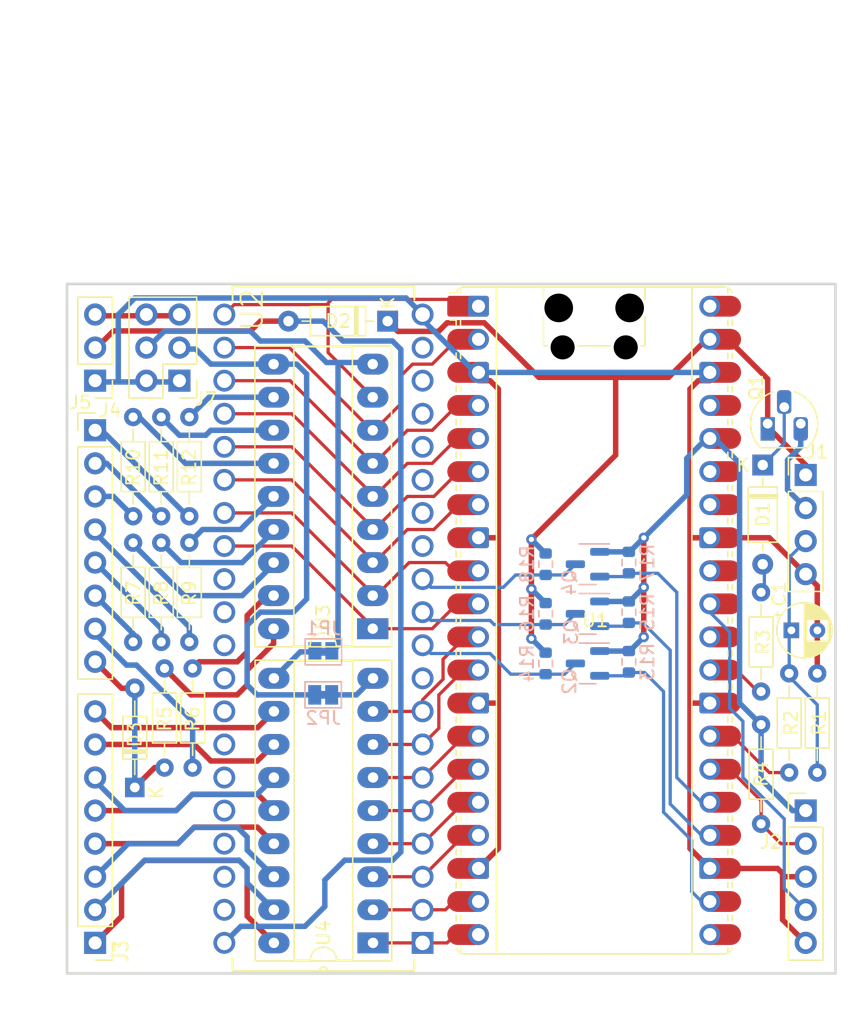
<source format=kicad_pcb>
(kicad_pcb (version 20221018) (generator pcbnew)
  (layers (0 "F.Cu" jumper) (31 "B.Cu" signal) (34 "B.Paste" user) (35 "F.Paste" user) (36 "B.SilkS" user "B.Silkscreen") (37 "F.SilkS" user "F.Silkscreen") (38 "B.Mask" user) (39 "F.Mask" user) (44 "Edge.Cuts" user))
  (net 0 "")
  (net 1 "Net-(J1-Pin_2)")
  (net 2 "GND")
  (net 3 "Net-(D1-K)")
  (net 4 "P26")
  (net 5 "3V3")
  (net 6 "P20")
  (net 7 "VSyS")
  (net 8 "P21")
  (net 9 "Net-(D1-A)")
  (net 11 "Net-(J4-Pin_1)")
  (net 12 "Net-(J4-Pin_2)")
  (net 13 "Net-(J4-Pin_3)")
  (net 14 "Net-(J4-Pin_4)")
  (net 15 "Net-(J4-Pin_5)")
  (net 16 "Net-(J4-Pin_6)")
  (net 17 "Net-(J4-Pin_7)")
  (net 18 "Net-(J3-Pin_1)")
  (net 20 "Net-(J3-Pin_2)")
  (net 25 "Net-(J3-Pin_3)")
  (net 26 "Net-(J3-Pin_4)")
  (net 27 "Net-(J3-Pin_5)")
  (net 28 "Net-(J3-Pin_6)")
  (net 29 "Net-(J3-Pin_7)")
  (net 30 "Sa")
  (net 31 "Sb")
  (net 32 "Sc")
  (net 33 "Sd")
  (net 34 "Se")
  (net 35 "Sf")
  (net 36 "Sg")
  (net 37 "Sp")
  (net 38 "D0")
  (net 39 "D1")
  (net 40 "D2")
  (net 41 "D3")
  (net 42 "D4")
  (net 43 "D5")
  (net 44 "D6")
  (net 45 "D7")
  (net 46 "VBUS")
  (net 48 "E_CS")
  (net 49 "E_CLK")
  (net 50 "E_MOSI")
  (net 69 "VCC")
  (net 70 "Net-(J1-Pin_3)")
  (net 71 "P22")
  (net 72 "Net-(U3-O1)")
  (net 73 "Net-(U3-O3)")
  (net 74 "Net-(U3-O5)")
  (net 75 "Net-(U3-O7)")
  (net 76 "Net-(U3-O2)")
  (net 77 "Net-(U3-O4)")
  (net 78 "Net-(U3-O6)")
  (net 79 "Net-(U3-O8)")
  (net 80 "Net-(J5-Pin_3)")
  (net 81 "Net-(J7-Pin_3)")
  (net 82 "Net-(J7-Pin_4)")
  (net 83 "Net-(JP1-B)")
  (net 84 "Net-(JP2-A)")
  (net 85 "Net-(D3-A)")
  (net 86 "O8")
  (net 87 "P_CS")
  (net 88 "P_CLK")
  (net 89 "P_MOSI")
  (footprint "Resistor_THT:R_Axial_DIN0204_L3.6mm_D1.6mm_P7.62mm_Horizontal" (layer "F.Cu") (at 119.761 113.284 90)
    (fp_text reference "R1")
    (fp_text value "130")
  )
  (footprint "Resistor_THT:R_Axial_DIN0204_L3.6mm_D1.6mm_P7.62mm_Horizontal" (layer "F.Cu") (at 69.596 105.283 -90)
    (fp_text reference "R5")
    (fp_text value "470")
  )
  (footprint "Resistor_THT:R_Axial_DIN0204_L3.6mm_D1.6mm_P7.62mm_Horizontal" (layer "F.Cu") (at 67.183 95.631 -90)
    (fp_text reference "R7")
    (fp_text value "470")
  )
  (footprint "MountingHole:MountingHole_2.2mm_M2_ISO14580" (layer "F.Cu") (at 108.331 125.0915)
    (fp_text reference "H5" hide)
    (fp_text value "~")
  )
  (footprint "Diode_THT:D_DO-35_SOD27_P7.62mm_Horizontal" (layer "F.Cu") (at 86.741 78.613 180)
    (fp_text reference "D2")
    (fp_text value "1N4148")
  )
  (footprint "Resistor_THT:R_Axial_DIN0204_L3.6mm_D1.6mm_P7.62mm_Horizontal" (layer "F.Cu") (at 115.443 109.601 -90)
    (fp_text reference "R4")
    (fp_text value "10k")
  )
  (footprint "MountingHole:MountingHole_2.2mm_M2_ISO14580" (layer "F.Cu") (at 96.901 78.1015)
    (fp_text reference "H2" hide)
    (fp_text value "~")
  )
  (footprint "Resistor_THT:R_Axial_DIN0204_L3.6mm_D1.6mm_P7.62mm_Horizontal" (layer "F.Cu") (at 69.342 85.979 -90)
    (fp_text reference "R11")
    (fp_text value "470")
  )
  (footprint "Resistor_THT:R_Axial_DIN0204_L3.6mm_D1.6mm_P7.62mm_Horizontal" (layer "F.Cu") (at 71.501 85.979 -90)
    (fp_text reference "R12")
    (fp_text value "470")
  )
  (footprint "Connector_PinHeader_2.54mm:PinHeader_1x08_P2.54mm_Vertical" (layer "F.Cu") (at 64.262 86.995)
    (fp_text reference "J4")
    (fp_text value "DISP_S")
  )
  (footprint "Diode_THT:D_DO-34_SOD68_P7.62mm_Horizontal" (layer "F.Cu") (at 67.31 114.427 90)
    (fp_text reference "D3")
    (fp_text value "3V6")
  )
  (footprint "Package_TO_SOT_THT:TO-92_HandSolder" (layer "F.Cu") (at 115.951 86.487)
    (fp_text reference "Q1")
    (fp_text value "S8550")
  )
  (footprint "Resistor_THT:R_Axial_DIN0204_L3.6mm_D1.6mm_P7.62mm_Horizontal" (layer "F.Cu") (at 67.183 85.979 -90)
    (fp_text reference "R10")
    (fp_text value "470")
  )
  (footprint "MountingHole:MountingHole_2.2mm_M2_ISO14580" (layer "F.Cu") (at 108.331 78.1015)
    (fp_text reference "H3" hide)
    (fp_text value "~")
  )
  (footprint "Diode_THT:D_DO-35_SOD27_P7.62mm_Horizontal" (layer "F.Cu") (at 115.57 89.662 -90)
    (fp_text reference "D1")
    (fp_text value "3V6")
  )
  (footprint "Capacitor_THT:CP_Radial_D4.0mm_P2.00mm" (layer "F.Cu") (at 117.772401 102.362)
    (fp_text reference "C1")
    (fp_text value "470n")
  )
  (footprint "Connector_PinHeader_2.54mm:PinHeader_1x04_P2.54mm_Vertical" (layer "F.Cu") (at 118.872 90.424)
    (fp_text reference "J1")
    (fp_text value "SND_POW")
  )
  (footprint "Connector_PinHeader_2.54mm:PinHeader_1x05_P2.54mm_Vertical" (layer "F.Cu") (at 118.872 116.205)
    (fp_text reference "J2")
    (fp_text value "DHT_BTN")
  )
  (footprint "Module_RaspberryPi_Pico:RaspberryPi_Pico_Common" (layer "F.Cu") (at 102.616 101.5965)
    (fp_text reference "U1")
    (fp_text value "RaspberryPi_Pico_W")
  )
  (footprint "Resistor_THT:R_Axial_DIN0204_L3.6mm_D1.6mm_P7.62mm_Horizontal" (layer "F.Cu") (at 71.755 105.283 -90)
    (fp_text reference "R6")
    (fp_text value "470")
  )
  (footprint "Resistor_THT:R_Axial_DIN0204_L3.6mm_D1.6mm_P7.62mm_Horizontal" (layer "F.Cu") (at 117.602 113.284 90)
    (fp_text reference "R2")
    (fp_text value "3k0")
  )
  (footprint "Resistor_THT:R_Axial_DIN0204_L3.6mm_D1.6mm_P7.62mm_Horizontal" (layer "F.Cu") (at 69.342 95.631 -90)
    (fp_text reference "R8")
    (fp_text value "470")
  )
  (footprint "MountingHole:MountingHole_2.2mm_M2_ISO14580" (layer "F.Cu") (at 96.901 125.0915)
    (fp_text reference "H4" hide)
    (fp_text value "~")
  )
  (footprint "Resistor_THT:R_Axial_DIN0204_L3.6mm_D1.6mm_P7.62mm_Horizontal" (layer "F.Cu") (at 71.501 95.631 -90)
    (fp_text reference "R9")
    (fp_text value "470")
  )
  (footprint "Resistor_THT:R_Axial_DIN0204_L3.6mm_D1.6mm_P7.62mm_Horizontal" (layer "F.Cu") (at 115.443 107.061 90)
    (fp_text reference "R3")
    (fp_text value "510")
  )
  (footprint "Package_DIP:DIP-18_W7.62mm_Socket_LongPads" (layer "F.Cu") (at 85.6198 126.365 180)
    (fp_text reference "U4")
    (fp_text value "TBD62783A")
  )
  (footprint "MountingHole:MountingHole_2.2mm_M2_ISO14580" (layer "F.Cu") (at 69.723 124.714)
    (fp_text reference "H1" hide)
    (fp_text value "~")
  )
  (footprint "Package_DIP:DIP-18_W7.62mm_Socket_LongPads" (layer "F.Cu") (at 85.598 102.235 180)
    (fp_text reference "U3")
    (fp_text value "ULN2803A")
  )
  (footprint "AT89S52-24PC:DIP254P1524X482-40" (layer "F.Cu") (at 74.1898 78.105 180)
    (fp_text reference "U2")
    (fp_text value "AT89S52-24PC")
  )
  (footprint "Connector_PinHeader_2.54mm:PinHeader_1x03_P2.54mm_Vertical" (layer "F.Cu") (at 64.262 83.185 180)
    (fp_text reference "J5")
    (fp_text value "DISP_PWR")
  )
  (footprint "Connector_PinHeader_2.54mm:PinHeader_2x03_P2.54mm_Vertical" (layer "F.Cu") (at 70.739 83.185 180)
    (fp_text reference "J7")
    (fp_text value "DSEL")
  )
  (footprint "MountingHole:MountingHole_2.2mm_M2_ISO14580" (layer "F.Cu") (at 117.729 79.756)
    (fp_text reference "H6" hide)
    (fp_text value "~")
  )
  (footprint "Connector_PinHeader_2.54mm:PinHeader_1x08_P2.54mm_Vertical" (layer "F.Cu") (at 64.262 126.365 180)
    (fp_text reference "J3")
    (fp_text value "DISP_D")
  )
  (footprint "Package_TO_SOT_SMD:SOT-23" (layer "B.Cu") (at 102.108 97.282 180)
    (fp_text reference "Q4")
    (fp_text value "2N7002")
  )
  (footprint "Resistor_SMD:R_0603_1608Metric" (layer "B.Cu") (at 105.283 104.775 90)
    (fp_text reference "R13")
    (fp_text value "10k")
  )
  (footprint "Jumper:SolderJumper-2_P1.3mm_Bridged_Pad1.0x1.5mm" (layer "B.Cu") (at 81.803 104.013 180)
    (fp_text reference "JP1")
    (fp_text value "Jumper_2_Bridged")
  )
  (footprint "Resistor_SMD:R_0603_1608Metric" (layer "B.Cu") (at 98.8845 104.902 -90)
    (fp_text reference "R14")
    (fp_text value "10k")
  )
  (footprint "Resistor_SMD:R_0603_1608Metric" (layer "B.Cu") (at 98.8845 101.092 -90)
    (fp_text reference "R16")
    (fp_text value "10k")
  )
  (footprint "Package_TO_SOT_SMD:SOT-23" (layer "B.Cu") (at 102.108 104.902 180)
    (fp_text reference "Q2")
    (fp_text value "2N7002")
  )
  (footprint "Resistor_SMD:R_0603_1608Metric" (layer "B.Cu") (at 105.283 97.155 90)
    (fp_text reference "R17")
    (fp_text value "10k")
  )
  (footprint "Package_TO_SOT_SMD:SOT-23" (layer "B.Cu") (at 102.108 101.092 180)
    (fp_text reference "Q3")
    (fp_text value "2N7002")
  )
  (footprint "Resistor_SMD:R_0603_1608Metric" (layer "B.Cu") (at 105.283 100.965 90)
    (fp_text reference "R15")
    (fp_text value "10k")
  )
  (footprint "Jumper:SolderJumper-2_P1.3mm_Bridged_Pad1.0x1.5mm" (layer "B.Cu") (at 81.788 107.315 180)
    (fp_text reference "JP2")
    (fp_text value "Jumper_2_Bridged")
  )
  (footprint "Resistor_SMD:R_0603_1608Metric" (layer "B.Cu") (at 98.8845 97.282 -90)
    (fp_text reference "R18")
    (fp_text value "10k")
  )
  (gr_rect (start 62.103 75.753) (end 121.158 128.712) (stroke (width 0.2)) (fill none) (layer "Edge.Cuts"))
  (segment (start 117.475 89.281) (end 117.475 91.567) (width 0.42) (layer "B.Cu") (net 1))
  (segment (start 117.475 91.567) (end 118.872 92.964) (width 0.42) (layer "B.Cu") (net 1))
  (segment (start 118.491 88.265) (end 117.475 89.281) (width 0.42) (layer "B.Cu") (net 1))
  (segment (start 118.491 86.487) (end 118.491 88.265) (width 0.42) (layer "B.Cu") (net 1))
  (segment (start 117.094 124.587) (end 117.094 121.285) (width 0.42) (layer "F.Cu") (net 2))
  (segment (start 117.094 121.285) (end 117.094 121.031) (width 0.42) (layer "F.Cu") (net 2))
  (segment (start 95.25 83.82) (end 95.25 119.1225) (width 0.42) (layer "F.Cu") (net 2))
  (segment (start 111.5095 120.65) (end 109.982 119.1225) (width 0.42) (layer "F.Cu") (net 2))
  (segment (start 117.094 121.285) (end 118.872 121.285) (width 0.42) (layer "F.Cu") (net 2))
  (segment (start 109.982 83.82) (end 110.617 83.185) (width 0.42) (layer "F.Cu") (net 2))
  (segment (start 94.615 83.185) (end 95.25 83.82) (width 0.42) (layer "F.Cu") (net 2))
  (segment (start 119.761 105.664) (end 119.761 98.933) (width 0.42) (layer "F.Cu") (net 2))
  (segment (start 118.872 98.044) (end 116.078 95.25) (width 0.42) (layer "F.Cu") (net 2))
  (segment (start 119.761 98.933) (end 118.872 98.044) (width 0.42) (layer "F.Cu") (net 2))
  (segment (start 116.078 95.25) (end 111.5095 95.25) (width 0.42) (layer "F.Cu") (net 2))
  (segment (start 95.25 119.1225) (end 93.726 120.6465) (width 0.42) (layer "F.Cu") (net 2))
  (segment (start 109.982 95.25) (end 111.506 95.25) (width 0.42) (layer "F.Cu") (net 2))
  (segment (start 110.617 83.185) (end 111.506 83.185) (width 0.42) (layer "F.Cu") (net 2))
  (segment (start 109.982 119.1225) (end 109.982 83.82) (width 0.42) (layer "F.Cu") (net 2))
  (segment (start 111.5095 95.25) (end 111.506 95.2465) (width 0.42) (layer "F.Cu") (net 2))
  (segment (start 116.713 120.65) (end 111.5095 120.65) (width 0.42) (layer "F.Cu") (net 2))
  (segment (start 118.872 126.365) (end 117.094 124.587) (width 0.42) (layer "F.Cu") (net 2))
  (segment (start 93.726 83.185) (end 94.615 83.185) (width 0.42) (layer "F.Cu") (net 2))
  (segment (start 95.123 107.95) (end 93.726 107.95) (width 0.42) (layer "F.Cu") (net 2))
  (segment (start 109.982 107.95) (end 111.506 107.95) (width 0.42) (layer "F.Cu") (net 2))
  (segment (start 117.094 121.031) (end 116.713 120.65) (width 0.42) (layer "F.Cu") (net 2))
  (segment (start 93.726 95.25) (end 95.25 95.25) (width 0.42) (layer "F.Cu") (net 2))
  (segment (start 88.1598 76.835) (end 89.4298 78.105) (width 0.42) (layer "B.Cu") (net 2))
  (segment (start 64.359 83.282) (end 70.729 83.282) (width 0.42) (layer "B.Cu") (net 2))
  (segment (start 66.04 78.105) (end 67.31 76.835) (width 0.42) (layer "B.Cu") (net 2))
  (segment (start 93.726 82.804) (end 93.726 83.185) (width 0.42) (layer "B.Cu") (net 2))
  (segment (start 93.726 82.55) (end 111.506 82.55) (width 0.42) (layer "B.Cu") (net 2))
  (segment (start 66.04 83.282) (end 66.04 78.105) (width 0.42) (layer "B.Cu") (net 2))
  (segment (start 89.4298 78.105) (end 89.4298 78.5078) (width 0.42) (layer "B.Cu") (net 2))
  (segment (start 67.31 76.835) (end 88.1598 76.835) (width 0.42) (layer "B.Cu") (net 2))
  (segment (start 89.4298 78.5078) (end 93.726 82.804) (width 0.42) (layer "B.Cu") (net 2))
  (segment (start 115.57 89.662) (end 117.221 88.011) (width 0.25) (layer "B.Cu") (net 3))
  (segment (start 117.221 88.011) (end 117.221 85.217) (width 0.25) (layer "B.Cu") (net 3))
  (segment (start 118.872 123.825) (end 117.221 122.174) (width 0.25) (layer "B.Cu") (net 4))
  (segment (start 114.046 113.665) (end 114.046 109.347) (width 0.25) (layer "B.Cu") (net 4))
  (segment (start 114.046 109.347) (end 113.03 108.331) (width 0.25) (layer "B.Cu") (net 4))
  (segment (start 117.221 116.84) (end 114.046 113.665) (width 0.25) (layer "B.Cu") (net 4))
  (segment (start 113.03 108.331) (end 113.03 102.489) (width 0.25) (layer "B.Cu") (net 4))
  (segment (start 113.03 102.489) (end 111.506 100.965) (width 0.25) (layer "B.Cu") (net 4))
  (segment (start 117.221 122.174) (end 117.221 116.84) (width 0.25) (layer "B.Cu") (net 4))
  (segment (start 106.426 99.06) (end 106.426 102.87) (width 0.42) (layer "F.Cu") (net 5))
  (segment (start 106.426 102.87) (end 106.421701 102.874299) (width 0.42) (layer "F.Cu") (net 5))
  (segment (start 106.426 95.25) (end 106.426 99.06) (width 0.42) (layer "F.Cu") (net 5))
  (via (at 106.426 95.25) (size 0.8) (drill 0.4) (layers "F.Cu" "B.Cu") (net 5))
  (via (at 106.426 99.06) (size 0.8) (drill 0.4) (layers "F.Cu" "B.Cu") (net 5))
  (via (at 106.421701 102.874299) (size 0.8) (drill 0.4) (layers "F.Cu" "B.Cu") (net 5))
  (segment (start 115.443 113.792) (end 117.856 116.205) (width 0.42) (layer "B.Cu") (net 5))
  (segment (start 115.443 109.601) (end 115.443 113.792) (width 0.42) (layer "B.Cu") (net 5))
  (segment (start 106.421701 102.874299) (end 105.346 103.95) (width 0.42) (layer "B.Cu") (net 5))
  (segment (start 109.728 91.948) (end 109.728 89.154) (width 0.42) (layer "B.Cu") (net 5))
  (segment (start 111.5695 87.3125) (end 113.792 89.535) (width 0.42) (layer "B.Cu") (net 5))
  (segment (start 117.856 116.205) (end 118.872 116.205) (width 0.42) (layer "B.Cu") (net 5))
  (segment (start 106.426 99.06) (end 105.346 100.14) (width 0.42) (layer "B.Cu") (net 5))
  (segment (start 105.346 100.14) (end 105.283 100.14) (width 0.42) (layer "B.Cu") (net 5))
  (segment (start 106.426 95.25) (end 105.346 96.33) (width 0.42) (layer "B.Cu") (net 5))
  (segment (start 105.283 103.95) (end 105.281 103.952) (width 0.42) (layer "B.Cu") (net 5))
  (segment (start 105.281 100.142) (end 103.0455 100.142) (width 0.42) (layer "B.Cu") (net 5))
  (segment (start 105.346 103.95) (end 105.283 103.95) (width 0.42) (layer "B.Cu") (net 5))
  (segment (start 109.728 89.154) (end 111.5695 87.3125) (width 0.42) (layer "B.Cu") (net 5))
  (segment (start 105.283 100.14) (end 105.281 100.142) (width 0.42) (layer "B.Cu") (net 5))
  (segment (start 105.281 96.332) (end 103.0455 96.332) (width 0.42) (layer "B.Cu") (net 5))
  (segment (start 105.283 96.33) (end 105.281 96.332) (width 0.42) (layer "B.Cu") (net 5))
  (segment (start 113.792 89.535) (end 113.792 107.95) (width 0.42) (layer "B.Cu") (net 5))
  (segment (start 105.281 103.952) (end 103.0455 103.952) (width 0.42) (layer "B.Cu") (net 5))
  (segment (start 113.792 107.95) (end 115.443 109.601) (width 0.42) (layer "B.Cu") (net 5))
  (segment (start 105.346 96.33) (end 105.283 96.33) (width 0.42) (layer "B.Cu") (net 5))
  (segment (start 106.426 95.25) (end 109.728 91.948) (width 0.42) (layer "B.Cu") (net 5))
  (segment (start 116.967 118.745) (end 115.443 117.221) (width 0.25) (layer "F.Cu") (net 6))
  (segment (start 115.443 115.443) (end 113.0265 113.0265) (width 0.25) (layer "F.Cu") (net 6))
  (segment (start 118.872 118.745) (end 116.967 118.745) (width 0.25) (layer "F.Cu") (net 6))
  (segment (start 113.0265 113.0265) (end 111.506 113.0265) (width 0.25) (layer "F.Cu") (net 6))
  (segment (start 115.443 117.221) (end 115.443 115.443) (width 0.25) (layer "F.Cu") (net 6))
  (segment (start 112.8995 80.0065) (end 111.506 80.0065) (width 0.42) (layer "F.Cu") (net 7))
  (segment (start 118.872 89.662) (end 118.872 90.424) (width 0.42) (layer "F.Cu") (net 7))
  (segment (start 97.79 95.377) (end 104.267 88.9) (width 0.42) (layer "F.Cu") (net 7))
  (segment (start 104.267 88.9) (end 104.267 82.931) (width 0.42) (layer "F.Cu") (net 7))
  (segment (start 115.951 86.741) (end 118.872 89.662) (width 0.42) (layer "F.Cu") (net 7))
  (segment (start 97.79 99.187) (end 97.79 102.997) (width 0.42) (layer "F.Cu") (net 7))
  (segment (start 108.331 82.931) (end 111.2555 80.0065) (width 0.42) (layer "F.Cu") (net 7))
  (segment (start 115.951 86.487) (end 115.951 83.058) (width 0.42) (layer "F.Cu") (net 7))
  (segment (start 91.313 78.74) (end 94.170698 78.74) (width 0.42) (layer "F.Cu") (net 7))
  (segment (start 90.6562 79.3968) (end 91.313 78.74) (width 0.42) (layer "F.Cu") (net 7))
  (segment (start 94.170698 78.74) (end 98.361698 82.931) (width 0.42) (layer "F.Cu") (net 7))
  (segment (start 98.361698 82.931) (end 108.331 82.931) (width 0.42) (layer "F.Cu") (net 7))
  (segment (start 111.2555 80.0065) (end 111.506 80.0065) (width 0.42) (layer "F.Cu") (net 7))
  (segment (start 97.79 95.377) (end 97.79 99.187) (width 0.42) (layer "F.Cu") (net 7))
  (segment (start 87.5248 79.3968) (end 90.6562 79.3968) (width 0.42) (layer "F.Cu") (net 7))
  (segment (start 115.951 83.058) (end 112.8995 80.0065) (width 0.42) (layer "F.Cu") (net 7))
  (segment (start 86.741 78.613) (end 87.5248 79.3968) (width 0.42) (layer "F.Cu") (net 7))
  (via (at 97.79 102.997) (size 0.8) (drill 0.4) (layers "F.Cu" "B.Cu") (net 7))
  (via (at 97.79 99.187) (size 0.8) (drill 0.4) (layers "F.Cu" "B.Cu") (net 7))
  (via (at 97.79 95.377) (size 0.8) (drill 0.4) (layers "F.Cu" "B.Cu") (net 7))
  (segment (start 97.79 95.377) (end 98.87 96.457) (width 0.42) (layer "B.Cu") (net 7))
  (segment (start 98.87 104.077) (end 98.8845 104.077) (width 0.42) (layer "B.Cu") (net 7))
  (segment (start 98.87 100.267) (end 98.8845 100.267) (width 0.42) (layer "B.Cu") (net 7))
  (segment (start 97.79 99.187) (end 98.87 100.267) (width 0.42) (layer "B.Cu") (net 7))
  (segment (start 97.79 102.997) (end 98.87 104.077) (width 0.42) (layer "B.Cu") (net 7))
  (segment (start 98.87 96.457) (end 98.8845 96.457) (width 0.42) (layer "B.Cu") (net 7))
  (segment (start 111.506 110.4865) (end 113.2805 110.4865) (width 0.25) (layer "F.Cu") (net 8))
  (segment (start 113.2805 110.4865) (end 116.078 113.284) (width 0.25) (layer "F.Cu") (net 8))
  (segment (start 116.078 113.284) (end 117.602 113.284) (width 0.25) (layer "F.Cu") (net 8))
  (segment (start 115.697 97.917) (end 115.697 99.441) (width 0.25) (layer "B.Cu") (net 9))
  (segment (start 64.77 86.995) (end 71.374 93.599) (width 0.42) (layer "B.Cu") (net 11))
  (segment (start 64.262 89.535) (end 65.151 89.535) (width 0.42) (layer "B.Cu") (net 12))
  (segment (start 65.151 89.535) (end 69.215 93.599) (width 0.42) (layer "B.Cu") (net 12))
  (segment (start 65.659 92.075) (end 67.183 93.599) (width 0.42) (layer "B.Cu") (net 13))
  (segment (start 64.262 92.075) (end 65.659 92.075) (width 0.42) (layer "B.Cu") (net 13))
  (segment (start 71.501 102.108) (end 71.501 103.251) (width 0.42) (layer "B.Cu") (net 14))
  (segment (start 64.262 94.869) (end 71.501 102.108) (width 0.42) (layer "B.Cu") (net 14))
  (segment (start 64.262 97.155) (end 69.342 102.235) (width 0.42) (layer "B.Cu") (net 15))
  (segment (start 69.342 102.235) (end 69.342 103.251) (width 0.42) (layer "B.Cu") (net 15))
  (segment (start 64.262 99.695) (end 67.183 102.616) (width 0.42) (layer "B.Cu") (net 16))
  (segment (start 67.183 102.616) (end 67.183 103.251) (width 0.42) (layer "B.Cu") (net 16))
  (segment (start 66.675 105.029) (end 67.437 105.029) (width 0.42) (layer "B.Cu") (net 17))
  (segment (start 71.755 109.347) (end 71.755 112.903) (width 0.42) (layer "B.Cu") (net 17))
  (segment (start 64.262 102.616) (end 66.675 105.029) (width 0.42) (layer "B.Cu") (net 17))
  (segment (start 67.437 105.029) (end 71.755 109.347) (width 0.42) (layer "B.Cu") (net 17))
  (segment (start 66.294 124.333) (end 66.294 121.793) (width 0.42) (layer "F.Cu") (net 18))
  (segment (start 75.946 120.65) (end 75.946 124.3112) (width 0.42) (layer "F.Cu") (net 18))
  (segment (start 66.294 121.793) (end 68.0502 120.0368) (width 0.42) (layer "F.Cu") (net 18))
  (segment (start 68.0502 120.0368) (end 75.3328 120.0368) (width 0.42) (layer "F.Cu") (net 18))
  (segment (start 64.262 126.365) (end 66.294 124.333) (width 0.42) (layer "F.Cu") (net 18))
  (segment (start 75.3328 120.0368) (end 75.946 120.65) (width 0.42) (layer "F.Cu") (net 18))
  (segment (start 75.946 124.3112) (end 77.9998 126.365) (width 0.42) (layer "F.Cu") (net 18))
  (segment (start 75.311 120.015) (end 68.072 120.015) (width 0.42) (layer "B.Cu") (net 20))
  (segment (start 75.946 121.7712) (end 75.946 120.65) (width 0.42) (layer "B.Cu") (net 20))
  (segment (start 75.946 120.65) (end 75.311 120.015) (width 0.42) (layer "B.Cu") (net 20))
  (segment (start 68.072 120.015) (end 64.262 123.825) (width 0.42) (layer "B.Cu") (net 20))
  (segment (start 77.9998 123.825) (end 75.946 121.7712) (width 0.42) (layer "B.Cu") (net 20))
  (segment (start 70.612 118.745) (end 66.802 118.745) (width 0.42) (layer "B.Cu") (net 25))
  (segment (start 71.8602 117.4968) (end 70.612 118.745) (width 0.42) (layer "B.Cu") (net 25))
  (segment (start 75.946 119.2312) (end 75.946 118.237) (width 0.42) (layer "B.Cu") (net 25))
  (segment (start 77.9998 121.285) (end 75.946 119.2312) (width 0.42) (layer "B.Cu") (net 25))
  (segment (start 75.946 118.237) (end 75.2058 117.4968) (width 0.42) (layer "B.Cu") (net 25))
  (segment (start 75.2058 117.4968) (end 71.8602 117.4968) (width 0.42) (layer "B.Cu") (net 25))
  (segment (start 66.802 118.745) (end 64.262 121.285) (width 0.42) (layer "B.Cu") (net 25))
  (segment (start 70.612 118.745) (end 64.262 118.745) (width 0.42) (layer "F.Cu") (net 26))
  (segment (start 77.9998 118.745) (end 76.7298 117.475) (width 0.42) (layer "F.Cu") (net 26))
  (segment (start 71.882 117.475) (end 70.612 118.745) (width 0.42) (layer "F.Cu") (net 26))
  (segment (start 76.7298 117.475) (end 71.882 117.475) (width 0.42) (layer "F.Cu") (net 26))
  (segment (start 76.7516 114.9568) (end 71.7332 114.9568) (width 0.42) (layer "F.Cu") (net 27))
  (segment (start 70.485 116.205) (end 64.262 116.205) (width 0.42) (layer "F.Cu") (net 27))
  (segment (start 71.7332 114.9568) (end 70.485 116.205) (width 0.42) (layer "F.Cu") (net 27))
  (segment (start 77.9998 116.205) (end 76.7516 114.9568) (width 0.42) (layer "F.Cu") (net 27))
  (segment (start 76.708 114.9568) (end 77.9998 113.665) (width 0.42) (layer "B.Cu") (net 28))
  (segment (start 66.548 116.205) (end 70.485 116.205) (width 0.42) (layer "B.Cu") (net 28))
  (segment (start 64.262 113.919) (end 66.548 116.205) (width 0.42) (layer "B.Cu") (net 28))
  (segment (start 70.485 116.205) (end 71.7332 114.9568) (width 0.42) (layer "B.Cu") (net 28))
  (segment (start 71.7332 114.9568) (end 76.708 114.9568) (width 0.42) (layer "B.Cu") (net 28))
  (segment (start 64.262 111.125) (end 71.882 111.125) (width 0.42) (layer "F.Cu") (net 29))
  (segment (start 73.152 112.395) (end 76.7298 112.395) (width 0.42) (layer "F.Cu") (net 29))
  (segment (start 71.882 111.125) (end 73.152 112.395) (width 0.42) (layer "F.Cu") (net 29))
  (segment (start 76.7298 112.395) (end 77.9998 111.125) (width 0.42) (layer "F.Cu") (net 29))
  (segment (start 82.4432 76.9418) (end 93.2013 76.9418) (width 0.25) (layer "F.Cu") (net 30))
  (segment (start 85.598 84.455) (end 82.169 81.026) (width 0.25) (layer "F.Cu") (net 30))
  (segment (start 74.9518 77.343) (end 74.1898 78.105) (width 0.25) (layer "F.Cu") (net 30))
  (segment (start 82.169 81.026) (end 82.169 77.216) (width 0.25) (layer "F.Cu") (net 30))
  (segment (start 82.169 77.216) (end 82.4432 76.9418) (width 0.25) (layer "F.Cu") (net 30))
  (segment (start 93.2013 76.9418) (end 93.726 77.4665) (width 0.25) (layer "F.Cu") (net 30))
  (segment (start 82.169 77.343) (end 74.9518 77.343) (width 0.25) (layer "F.Cu") (net 30))
  (segment (start 87.757 84.963) (end 85.725 86.995) (width 0.25) (layer "F.Cu") (net 31))
  (segment (start 79.1845 80.645) (end 74.1898 80.645) (width 0.25) (layer "F.Cu") (net 31))
  (segment (start 88.65763 81.915) (end 87.757 82.81563) (width 0.25) (layer "F.Cu") (net 31))
  (segment (start 87.757 82.81563) (end 87.757 84.963) (width 0.25) (layer "F.Cu") (net 31))
  (segment (start 92.0785 80.0065) (end 90.17 81.915) (width 0.25) (layer "F.Cu") (net 31))
  (segment (start 93.726 80.0065) (end 92.0785 80.0065) (width 0.25) (layer "F.Cu") (net 31))
  (segment (start 85.5345 86.995) (end 79.1845 80.645) (width 0.25) (layer "F.Cu") (net 31))
  (segment (start 90.17 81.915) (end 88.65763 81.915) (width 0.25) (layer "F.Cu") (net 31))
  (segment (start 92.0785 85.0865) (end 90.17 86.995) (width 0.25) (layer "F.Cu") (net 32))
  (segment (start 90.17 86.995) (end 88.265 86.995) (width 0.25) (layer "F.Cu") (net 32))
  (segment (start 88.265 86.995) (end 85.725 89.535) (width 0.25) (layer "F.Cu") (net 32))
  (segment (start 93.726 85.0865) (end 92.0785 85.0865) (width 0.25) (layer "F.Cu") (net 32))
  (segment (start 85.598 89.535) (end 79.248 83.185) (width 0.25) (layer "F.Cu") (net 32))
  (segment (start 79.248 83.185) (end 74.1898 83.185) (width 0.25) (layer "F.Cu") (net 32))
  (segment (start 92.0785 87.6265) (end 90.17 89.535) (width 0.25) (layer "F.Cu") (net 33))
  (segment (start 79.375 85.725) (end 74.1898 85.725) (width 0.25) (layer "F.Cu") (net 33))
  (segment (start 93.726 87.6265) (end 92.0785 87.6265) (width 0.25) (layer "F.Cu") (net 33))
  (segment (start 88.265 89.535) (end 85.725 92.075) (width 0.25) (layer "F.Cu") (net 33))
  (segment (start 85.598 91.948) (end 79.375 85.725) (width 0.25) (layer "F.Cu") (net 33))
  (segment (start 90.17 89.535) (end 88.265 89.535) (width 0.25) (layer "F.Cu") (net 33))
  (segment (start 90.297 92.075) (end 88.265 92.075) (width 0.25) (layer "F.Cu") (net 34))
  (segment (start 79.375 88.265) (end 74.1898 88.265) (width 0.25) (layer "F.Cu") (net 34))
  (segment (start 93.726 90.1665) (end 92.2055 90.1665) (width 0.25) (layer "F.Cu") (net 34))
  (segment (start 92.2055 90.1665) (end 90.297 92.075) (width 0.25) (layer "F.Cu") (net 34))
  (segment (start 85.598 94.488) (end 79.375 88.265) (width 0.25) (layer "F.Cu") (net 34))
  (segment (start 88.265 92.075) (end 85.725 94.615) (width 0.25) (layer "F.Cu") (net 34))
  (segment (start 79.375 90.805) (end 74.1898 90.805) (width 0.25) (layer "F.Cu") (net 35))
  (segment (start 85.598 97.028) (end 79.375 90.805) (width 0.25) (layer "F.Cu") (net 35))
  (segment (start 88.265 94.615) (end 85.725 97.155) (width 0.25) (layer "F.Cu") (net 35))
  (segment (start 93.726 92.7065) (end 92.2055 92.7065) (width 0.25) (layer "F.Cu") (net 35))
  (segment (start 90.297 94.615) (end 88.265 94.615) (width 0.25) (layer "F.Cu") (net 35))
  (segment (start 92.2055 92.7065) (end 90.297 94.615) (width 0.25) (layer "F.Cu") (net 35))
  (segment (start 91.186 97.155) (end 88.392 97.155) (width 0.25) (layer "F.Cu") (net 36))
  (segment (start 85.598 99.568) (end 79.375 93.345) (width 0.25) (layer "F.Cu") (net 36))
  (segment (start 88.392 97.155) (end 85.852 99.695) (width 0.25) (layer "F.Cu") (net 36))
  (segment (start 79.375 93.345) (end 74.1898 93.345) (width 0.25) (layer "F.Cu") (net 36))
  (segment (start 91.8175 97.7865) (end 91.186 97.155) (width 0.25) (layer "F.Cu") (net 36))
  (segment (start 93.726 97.7865) (end 91.8175 97.7865) (width 0.25) (layer "F.Cu") (net 36))
  (segment (start 85.852 99.695) (end 85.598 99.695) (width 0.25) (layer "F.Cu") (net 36))
  (segment (start 92.0785 100.3265) (end 90.17 102.235) (width 0.25) (layer "F.Cu") (net 37))
  (segment (start 85.598 102.108) (end 79.375 95.885) (width 0.25) (layer "F.Cu") (net 37))
  (segment (start 90.17 102.235) (end 85.598 102.235) (width 0.25) (layer "F.Cu") (net 37))
  (segment (start 93.726 100.3265) (end 92.0785 100.3265) (width 0.25) (layer "F.Cu") (net 37))
  (segment (start 79.375 95.885) (end 74.1898 95.885) (width 0.25) (layer "F.Cu") (net 37))
  (segment (start 89.4298 126.365) (end 85.8738 126.365) (width 0.25) (layer "F.Cu") (net 38))
  (segment (start 93.218 125.857) (end 93.726 126.365) (width 0.25) (layer "F.Cu") (net 38))
  (segment (start 91.821 125.857) (end 93.218 125.857) (width 0.25) (layer "F.Cu") (net 38))
  (segment (start 89.4298 126.365) (end 91.313 126.365) (width 0.25) (layer "F.Cu") (net 38))
  (segment (start 91.313 126.365) (end 91.821 125.857) (width 0.25) (layer "F.Cu") (net 38))
  (segment (start 91.8245 123.1865) (end 91.186 123.825) (width 0.25) (layer "F.Cu") (net 39))
  (segment (start 93.726 123.825) (end 93.0875 123.1865) (width 0.25) (layer "F.Cu") (net 39))
  (segment (start 91.186 123.825) (end 89.4298 123.825) (width 0.25) (layer "F.Cu") (net 39))
  (segment (start 89.4298 123.825) (end 85.6198 123.825) (width 0.25) (layer "F.Cu") (net 39))
  (segment (start 93.0875 123.1865) (end 91.8245 123.1865) (width 0.25) (layer "F.Cu") (net 39))
  (segment (start 89.4298 121.285) (end 85.6198 121.285) (width 0.25) (layer "F.Cu") (net 40))
  (segment (start 92.6083 118.1065) (end 89.4298 121.285) (width 0.25) (layer "F.Cu") (net 40))
  (segment (start 93.726 118.1065) (end 92.6083 118.1065) (width 0.25) (layer "F.Cu") (net 40))
  (segment (start 93.726 115.5665) (end 92.6083 115.5665) (width 0.25) (layer "F.Cu") (net 41))
  (segment (start 89.4298 118.745) (end 85.6198 118.745) (width 0.25) (layer "F.Cu") (net 41))
  (segment (start 92.6083 115.5665) (end 89.4298 118.745) (width 0.25) (layer "F.Cu") (net 41))
  (segment (start 93.726 113.0265) (end 92.6083 113.0265) (width 0.25) (layer "F.Cu") (net 42))
  (segment (start 89.4298 116.205) (end 85.6198 116.205) (width 0.25) (layer "F.Cu") (net 42))
  (segment (start 92.6083 113.0265) (end 89.4298 116.205) (width 0.25) (layer "F.Cu") (net 42))
  (segment (start 92.6083 110.4865) (end 89.4298 113.665) (width 0.25) (layer "F.Cu") (net 43))
  (segment (start 89.4298 113.665) (end 85.6198 113.665) (width 0.25) (layer "F.Cu") (net 43))
  (segment (start 93.726 110.4865) (end 92.6083 110.4865) (width 0.25) (layer "F.Cu") (net 43))
  (segment (start 90.678 109.8768) (end 89.4298 111.125) (width 0.25) (layer "F.Cu") (net 44))
  (segment (start 90.678 107.32313) (end 90.678 109.8768) (width 0.25) (layer "F.Cu") (net 44))
  (segment (start 92.59463 105.4065) (end 90.678 107.32313) (width 0.25) (layer "F.Cu") (net 44))
  (segment (start 89.4298 111.125) (end 85.6198 111.125) (width 0.25) (layer "F.Cu") (net 44))
  (segment (start 93.726 105.4065) (end 92.59463 105.4065) (width 0.25) (layer "F.Cu") (net 44))
  (segment (start 89.4298 107.690014) (end 91.001 106.118814) (width 0.25) (layer "F.Cu") (net 45))
  (segment (start 89.4298 108.585) (end 89.4298 107.690014) (width 0.25) (layer "F.Cu") (net 45))
  (segment (start 92.7135 102.8665) (end 93.726 102.8665) (width 0.25) (layer "F.Cu") (net 45))
  (segment (start 91.001 104.579) (end 92.7135 102.8665) (width 0.25) (layer "F.Cu") (net 45))
  (segment (start 89.4298 108.585) (end 85.6198 108.585) (width 0.25) (layer "F.Cu") (net 45))
  (segment (start 91.001 106.118814) (end 91.001 104.579) (width 0.25) (layer "F.Cu") (net 45))
  (segment (start 100.3455 105.727) (end 101.1705 104.902) (width 0.25) (layer "B.Cu") (net 48))
  (segment (start 96.202 105.727) (end 94.615 104.14) (width 0.25) (layer "B.Cu") (net 48))
  (segment (start 94.615 104.14) (end 90.0648 104.14) (width 0.25) (layer "B.Cu") (net 48))
  (segment (start 98.8845 105.727) (end 100.3455 105.727) (width 0.25) (layer "B.Cu") (net 48))
  (segment (start 90.0648 104.14) (end 89.4298 103.505) (width 0.25) (layer "B.Cu") (net 48))
  (segment (start 98.8845 105.727) (end 96.202 105.727) (width 0.25) (layer "B.Cu") (net 48))
  (segment (start 94.615 101.6) (end 90.0648 101.6) (width 0.25) (layer "B.Cu") (net 49))
  (segment (start 98.8845 101.917) (end 100.3455 101.917) (width 0.25) (layer "B.Cu") (net 49))
  (segment (start 100.3455 101.917) (end 101.1705 101.092) (width 0.25) (layer "B.Cu") (net 49))
  (segment (start 98.8845 101.917) (end 94.932 101.917) (width 0.25) (layer "B.Cu") (net 49))
  (segment (start 94.932 101.917) (end 94.615 101.6) (width 0.25) (layer "B.Cu") (net 49))
  (segment (start 90.0648 101.6) (end 89.4298 100.965) (width 0.25) (layer "B.Cu") (net 49))
  (segment (start 100.3455 98.107) (end 101.1705 97.282) (width 0.25) (layer "B.Cu") (net 50))
  (segment (start 96.584 98.107) (end 95.631 99.06) (width 0.25) (layer "B.Cu") (net 50))
  (segment (start 98.8845 98.107) (end 96.584 98.107) (width 0.25) (layer "B.Cu") (net 50))
  (segment (start 98.8845 98.107) (end 100.3455 98.107) (width 0.25) (layer "B.Cu") (net 50))
  (segment (start 95.631 99.06) (end 90.0648 99.06) (width 0.25) (layer "B.Cu") (net 50))
  (segment (start 90.0648 99.06) (end 89.4298 98.425) (width 0.25) (layer "B.Cu") (net 50))
  (segment (start 76.21 79.365) (end 76.962 78.613) (width 0.42) (layer "F.Cu") (net 69))
  (segment (start 64.3826 80.645) (end 65.6626 79.365) (width 0.42) (layer "F.Cu") (net 69))
  (segment (start 65.6626 79.365) (end 76.21 79.365) (width 0.42) (layer "F.Cu") (net 69))
  (segment (start 76.962 78.613) (end 79.121 78.613) (width 0.42) (layer "F.Cu") (net 69))
  (segment (start 83.439 120.015) (end 81.915 121.539) (width 0.42) (layer "B.Cu") (net 69))
  (segment (start 79.121 78.613) (end 81.788 78.613) (width 0.42) (layer "B.Cu") (net 69))
  (segment (start 87.122 120.015) (end 83.439 120.015) (width 0.42) (layer "B.Cu") (net 69))
  (segment (start 81.788 78.613) (end 83.312 80.137) (width 0.42) (layer "B.Cu") (net 69))
  (segment (start 80.391 125.095) (end 75.4598 125.095) (width 0.42) (layer "B.Cu") (net 69))
  (segment (start 81.915 123.571) (end 80.391 125.095) (width 0.42) (layer "B.Cu") (net 69))
  (segment (start 87.757 80.781022) (end 87.757 119.38) (width 0.42) (layer "B.Cu") (net 69))
  (segment (start 83.312 80.137) (end 87.112978 80.137) (width 0.42) (layer "B.Cu") (net 69))
  (segment (start 75.4598 125.095) (end 74.1898 126.365) (width 0.42) (layer "B.Cu") (net 69))
  (segment (start 87.112978 80.137) (end 87.757 80.781022) (width 0.42) (layer "B.Cu") (net 69))
  (segment (start 87.757 119.38) (end 87.122 120.015) (width 0.42) (layer "B.Cu") (net 69))
  (segment (start 81.915 121.539) (end 81.915 123.571) (width 0.42) (layer "B.Cu") (net 69))
  (segment (start 117.602 102.191599) (end 117.602 96.774) (width 0.25) (layer "B.Cu") (net 70))
  (segment (start 117.602 105.918) (end 117.602 102.532401) (width 0.25) (layer "B.Cu") (net 70))
  (segment (start 117.602 96.774) (end 118.872 95.504) (width 0.25) (layer "B.Cu") (net 70))
  (segment (start 119.761 108.077) (end 117.602 105.918) (width 0.25) (layer "B.Cu") (net 70))
  (segment (start 119.761 113.284) (end 119.761 108.077) (width 0.25) (layer "B.Cu") (net 70))
  (segment (start 111.506 106.045) (end 111.506 105.4065) (width 0.25) (layer "F.Cu") (net 71))
  (segment (start 113.5345 105.4065) (end 115.189 107.061) (width 0.25) (layer "F.Cu") (net 71))
  (segment (start 111.506 105.4065) (end 113.5345 105.4065) (width 0.25) (layer "F.Cu") (net 71))
  (segment (start 115.189 107.061) (end 115.316 107.061) (width 0.25) (layer "F.Cu") (net 71))
  (segment (start 71.628 107.315) (end 69.596 105.283) (width 0.42) (layer "F.Cu") (net 72))
  (segment (start 75.184 107.315) (end 71.628 107.315) (width 0.42) (layer "F.Cu") (net 72))
  (segment (start 75.946 105.41) (end 75.946 106.553) (width 0.42) (layer "F.Cu") (net 72))
  (segment (start 75.946 106.553) (end 75.184 107.315) (width 0.42) (layer "F.Cu") (net 72))
  (segment (start 77.978 103.378) (end 75.946 105.41) (width 0.42) (layer "F.Cu") (net 72))
  (segment (start 77.978 102.235) (end 77.978 103.378) (width 0.42) (layer "F.Cu") (net 72))
  (segment (start 67.183 95.758) (end 71.12 99.695) (width 0.42) (layer "B.Cu") (net 73))
  (segment (start 75.565 99.695) (end 77.978 97.282) (width 0.42) (layer "B.Cu") (net 73))
  (segment (start 71.12 99.695) (end 75.565 99.695) (width 0.42) (layer "B.Cu") (net 73))
  (segment (start 75.438 94.615) (end 72.517 94.615) (width 0.42) (layer "B.Cu") (net 74))
  (segment (start 72.517 94.615) (end 71.501 95.631) (width 0.42) (layer "B.Cu") (net 74))
  (segment (start 77.978 92.075) (end 75.438 94.615) (width 0.42) (layer "B.Cu") (net 74))
  (segment (start 73.152 86.995) (end 77.978 86.995) (width 0.42) (layer "B.Cu") (net 75))
  (segment (start 69.342 85.979) (end 70.739 87.376) (width 0.42) (layer "B.Cu") (net 75))
  (segment (start 72.771 87.376) (end 73.152 86.995) (width 0.42) (layer "B.Cu") (net 75))
  (segment (start 70.739 87.376) (end 72.771 87.376) (width 0.42) (layer "B.Cu") (net 75))
  (segment (start 72.263 104.775) (end 71.755 105.283) (width 0.42) (layer "F.Cu") (net 76))
  (segment (start 75.184 104.775) (end 72.263 104.775) (width 0.42) (layer "F.Cu") (net 76))
  (segment (start 75.946 101.219) (end 75.946 104.013) (width 0.42) (layer "F.Cu") (net 76))
  (segment (start 75.946 104.013) (end 75.184 104.775) (width 0.42) (layer "F.Cu") (net 76))
  (segment (start 77.47 99.695) (end 75.946 101.219) (width 0.42) (layer "F.Cu") (net 76))
  (segment (start 77.978 94.742) (end 75.565 97.155) (width 0.42) (layer "B.Cu") (net 77))
  (segment (start 75.565 97.155) (end 70.866 97.155) (width 0.42) (layer "B.Cu") (net 77))
  (segment (start 70.866 97.155) (end 69.342 95.631) (width 0.42) (layer "B.Cu") (net 77))
  (segment (start 71.201222 89.535) (end 77.978 89.535) (width 0.42) (layer "B.Cu") (net 78))
  (segment (start 67.645222 85.979) (end 71.201222 89.535) (width 0.42) (layer "B.Cu") (net 78))
  (segment (start 71.501 85.979) (end 73.025 84.455) (width 0.42) (layer "B.Cu") (net 79))
  (segment (start 73.025 84.455) (end 77.978 84.455) (width 0.42) (layer "B.Cu") (net 79))
  (segment (start 64.359 78.202) (end 70.729 78.202) (width 0.42) (layer "F.Cu") (net 80))
  (segment (start 80.518 82.677) (end 80.518 99.949) (width 0.42) (layer "B.Cu") (net 81))
  (segment (start 80.518 99.949) (end 79.502 100.965) (width 0.42) (layer "B.Cu") (net 81))
  (segment (start 75.946 106.553) (end 76.708 107.315) (width 0.42) (layer "B.Cu") (net 81))
  (segment (start 78.105 81.915) (end 79.756 81.915) (width 0.42) (layer "B.Cu") (net 81))
  (segment (start 75.946 101.981) (end 75.946 106.553) (width 0.42) (layer "B.Cu") (net 81))
  (segment (start 79.756 81.915) (end 80.518 82.677) (width 0.42) (layer "B.Cu") (net 81))
  (segment (start 76.962 100.965) (end 75.946 101.981) (width 0.42) (layer "B.Cu") (net 81))
  (segment (start 79.502 100.965) (end 76.962 100.965) (width 0.42) (layer "B.Cu") (net 81))
  (segment (start 71.994 80.757) (end 70.744 80.757) (width 0.42) (layer "B.Cu") (net 81))
  (segment (start 76.708 107.315) (end 81.138 107.315) (width 0.42) (layer "B.Cu") (net 81))
  (segment (start 77.978 81.915) (end 73.152 81.915) (width 0.42) (layer "B.Cu") (net 81))
  (segment (start 73.152 81.915) (end 71.994 80.757) (width 0.42) (layer "B.Cu") (net 81))
  (segment (start 76.962 80.137) (end 76.21 79.385) (width 0.42) (layer "B.Cu") (net 82))
  (segment (start 85.471 81.788) (end 82.042 81.788) (width 0.42) (layer "B.Cu") (net 82))
  (segment (start 69.576 79.385) (end 68.204 80.757) (width 0.42) (layer "B.Cu") (net 82))
  (segment (start 82.931 81.788) (end 82.931 103.535) (width 0.42) (layer "B.Cu") (net 82))
  (segment (start 80.391 80.137) (end 76.962 80.137) (width 0.42) (layer "B.Cu") (net 82))
  (segment (start 82.931 103.535) (end 82.453 104.013) (width 0.42) (layer "B.Cu") (net 82))
  (segment (start 82.042 81.788) (end 80.391 80.137) (width 0.42) (layer "B.Cu") (net 82))
  (segment (start 76.21 79.385) (end 69.576 79.385) (width 0.42) (layer "B.Cu") (net 82))
  (segment (start 81.153 104.013) (end 80.0318 104.013) (width 0.42) (layer "B.Cu") (net 83))
  (segment (start 80.0318 104.013) (end 77.9998 106.045) (width 0.42) (layer "B.Cu") (net 83))
  (segment (start 84.3498 107.315) (end 85.6198 106.045) (width 0.42) (layer "B.Cu") (net 84))
  (segment (start 82.438 107.315) (end 84.3498 107.315) (width 0.42) (layer "B.Cu") (net 84))
  (segment (start 69.596 112.903) (end 68.834 112.903) (width 0.42) (layer "F.Cu") (net 85))
  (segment (start 64.262 104.775) (end 66.294 106.807) (width 0.42) (layer "F.Cu") (net 85))
  (segment (start 68.834 112.903) (end 67.31 114.427) (width 0.42) (layer "F.Cu") (net 85))
  (segment (start 66.294 106.807) (end 67.31 106.807) (width 0.42) (layer "F.Cu") (net 85))
  (segment (start 67.31 114.427) (end 67.31 106.807) (width 0.42) (layer "B.Cu") (net 85))
  (segment (start 64.262 108.585) (end 65.5102 109.8332) (width 0.42) (layer "F.Cu") (net 86))
  (segment (start 76.7516 109.8332) (end 77.9998 108.585) (width 0.42) (layer "F.Cu") (net 86))
  (segment (start 65.5102 109.8332) (end 76.7516 109.8332) (width 0.42) (layer "F.Cu") (net 86))
  (segment (start 107.95 107.061) (end 106.489 105.6) (width 0.25) (layer "B.Cu") (net 87))
  (segment (start 110.109 118.491) (end 107.95 116.332) (width 0.25) (layer "B.Cu") (net 87))
  (segment (start 103.0455 105.852) (end 105.031 105.852) (width 0.25) (layer "B.Cu") (net 87))
  (segment (start 105.031 105.852) (end 105.283 105.6) (width 0.25) (layer "B.Cu") (net 87))
  (segment (start 106.489 105.6) (end 105.283 105.6) (width 0.25) (layer "B.Cu") (net 87))
  (segment (start 107.95 116.332) (end 107.95 107.061) (width 0.25) (layer "B.Cu") (net 87))
  (segment (start 111.506 123.825) (end 110.109 122.428) (width 0.25) (layer "B.Cu") (net 87))
  (segment (start 110.109 122.428) (end 110.109 118.491) (width 0.25) (layer "B.Cu") (net 87))
  (segment (start 111.506 118.745) (end 108.458 115.697) (width 0.25) (layer "B.Cu") (net 88))
  (segment (start 108.458 103.886) (end 106.362 101.79) (width 0.25) (layer "B.Cu") (net 88))
  (segment (start 106.362 101.79) (end 105.283 101.79) (width 0.25) (layer "B.Cu") (net 88))
  (segment (start 103.0455 102.042) (end 105.031 102.042) (width 0.25) (layer "B.Cu") (net 88))
  (segment (start 105.031 102.042) (end 105.283 101.79) (width 0.25) (layer "B.Cu") (net 88))
  (segment (start 108.458 115.697) (end 108.458 103.886) (width 0.25) (layer "B.Cu") (net 88))
  (segment (start 103.0455 98.232) (end 105.031 98.232) (width 0.25) (layer "B.Cu") (net 89))
  (segment (start 111.506 116.205) (end 108.966 113.665) (width 0.25) (layer "B.Cu") (net 89))
  (segment (start 105.031 98.232) (end 105.283 97.98) (width 0.25) (layer "B.Cu") (net 89))
  (segment (start 108.966 99.441) (end 107.505 97.98) (width 0.25) (layer "B.Cu") (net 89))
  (segment (start 107.505 97.98) (end 105.283 97.98) (width 0.25) (layer "B.Cu") (net 89))
  (segment (start 108.966 113.665) (end 108.966 99.441) (width 0.25) (layer "B.Cu") (net 89))
)
</source>
